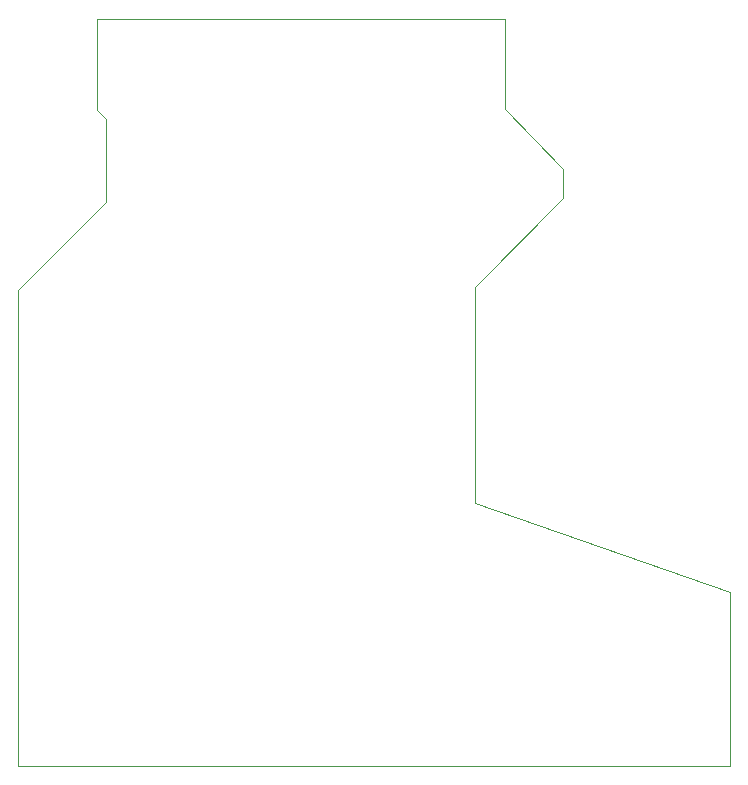
<source format=gbr>
%TF.GenerationSoftware,KiCad,Pcbnew,8.0.4*%
%TF.CreationDate,2024-12-17T16:17:44+07:00*%
%TF.ProjectId,cpld_mux,63706c64-5f6d-4757-982e-6b696361645f,rev?*%
%TF.SameCoordinates,Original*%
%TF.FileFunction,Profile,NP*%
%FSLAX46Y46*%
G04 Gerber Fmt 4.6, Leading zero omitted, Abs format (unit mm)*
G04 Created by KiCad (PCBNEW 8.0.4) date 2024-12-17 16:17:44*
%MOMM*%
%LPD*%
G01*
G04 APERTURE LIST*
%TA.AperFunction,Profile*%
%ADD10C,0.050000*%
%TD*%
G04 APERTURE END LIST*
D10*
X62780612Y-26972753D02*
X67740612Y-32052753D01*
X67720201Y-34532753D01*
X60240612Y-42032753D01*
X60220201Y-60332753D01*
X81830201Y-67832753D01*
X81830201Y-82602753D01*
X21570612Y-82602753D01*
X21570612Y-42286753D01*
X29010612Y-34852753D01*
X29020612Y-27812753D01*
X28240612Y-27032753D01*
X28240612Y-19352753D01*
X62780612Y-19352753D01*
X62780612Y-26972753D01*
M02*

</source>
